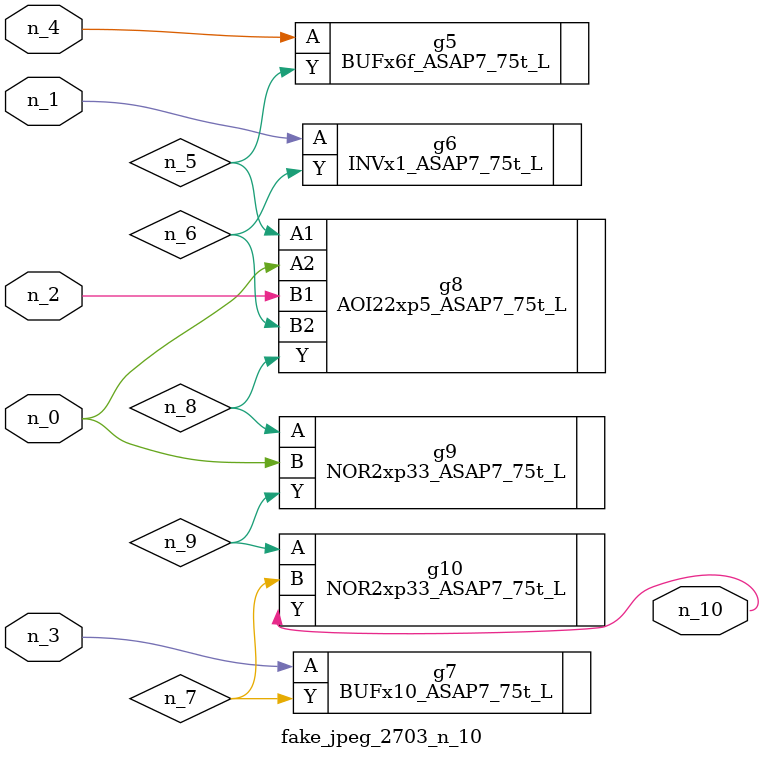
<source format=v>
module fake_jpeg_2703_n_10 (n_3, n_2, n_1, n_0, n_4, n_10);

input n_3;
input n_2;
input n_1;
input n_0;
input n_4;

output n_10;

wire n_8;
wire n_9;
wire n_6;
wire n_5;
wire n_7;

BUFx6f_ASAP7_75t_L g5 ( 
.A(n_4),
.Y(n_5)
);

INVx1_ASAP7_75t_L g6 ( 
.A(n_1),
.Y(n_6)
);

BUFx10_ASAP7_75t_L g7 ( 
.A(n_3),
.Y(n_7)
);

AOI22xp5_ASAP7_75t_L g8 ( 
.A1(n_5),
.A2(n_0),
.B1(n_2),
.B2(n_6),
.Y(n_8)
);

NOR2xp33_ASAP7_75t_L g9 ( 
.A(n_8),
.B(n_0),
.Y(n_9)
);

NOR2xp33_ASAP7_75t_L g10 ( 
.A(n_9),
.B(n_7),
.Y(n_10)
);


endmodule
</source>
